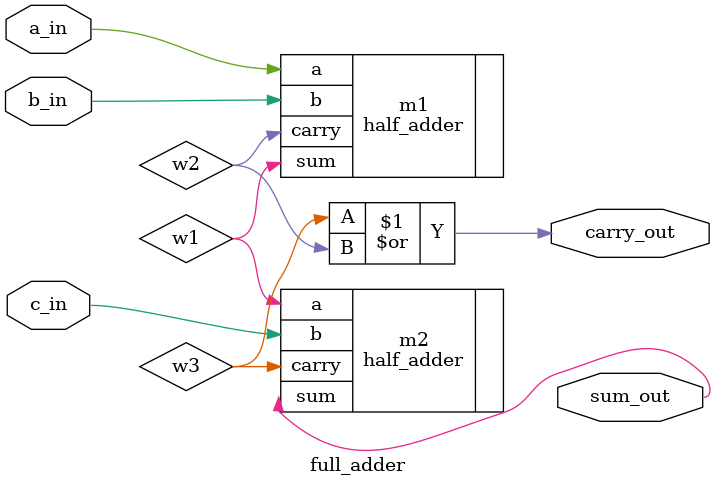
<source format=v>
/********************************************************************************************
Copyright 2019 - Maven Silicon Softech Pvt Ltd. 
 
All Rights Reserved.

This source code is an unpublished work belongs to Maven Silicon Softech Pvt Ltd.

It is not to be shared with or used by any third parties who have not enrolled for our paid training 

courses or received any written authorization from Maven Silicon.


Webpage     :      www.maven-silicon.com

Filename    :	   full_adder.v   

Description :      One bit Full adder Design

Author Name :      Susmita

Version     : 	   1.0
*********************************************************************************************/

module full_adder(a_in,
                  b_in,
		  c_in,
		  sum_out,
		  carry_out);

   //Step1 : Write down the directions for the ports
        input a_in,b_in,c_in;
        output sum_out,carry_out;
   //Step2 : Declare the internal wires
        wire w1,w2,w3;
   //Step3 : Instantiate the Half-Adders using name-based port mapping
        half_adder m1(.a(a_in),.b(b_in),.sum(w1),.carry(w2));
        half_adder m2(.a(w1),.b(c_in),.sum(sum_out),.carry(w3));
   //Step4 : Instantiate the OR gate
        or g1(carry_out,w3,w2);


endmodule


</source>
